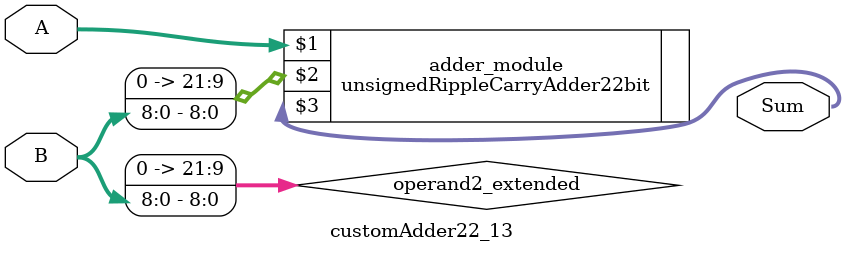
<source format=v>

module customAdder22_13(
                    input [21 : 0] A,
                    input [8 : 0] B,
                    
                    output [22 : 0] Sum
            );

    wire [21 : 0] operand2_extended;
    
    assign operand2_extended =  {13'b0, B};
    
    unsignedRippleCarryAdder22bit adder_module(
        A,
        operand2_extended,
        Sum
    );
    
endmodule
        
</source>
